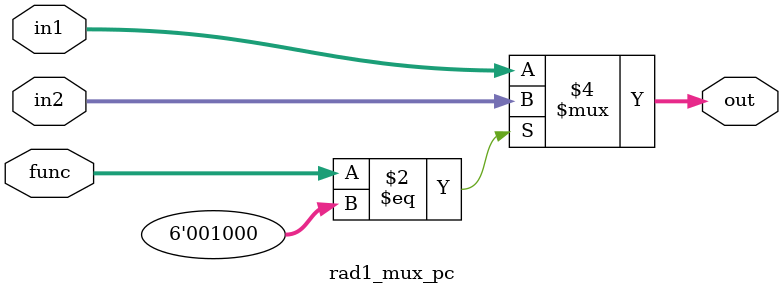
<source format=v>
module rad1_mux_pc(in1,in2,func,out);

input [0:31] in1;
input [0:31] in2;
input [0:5] func;
output reg [0:31] out;

always@(*)
    if(func == 6'b001000)
		out = in2;
	else
		out = in1;

endmodule
</source>
